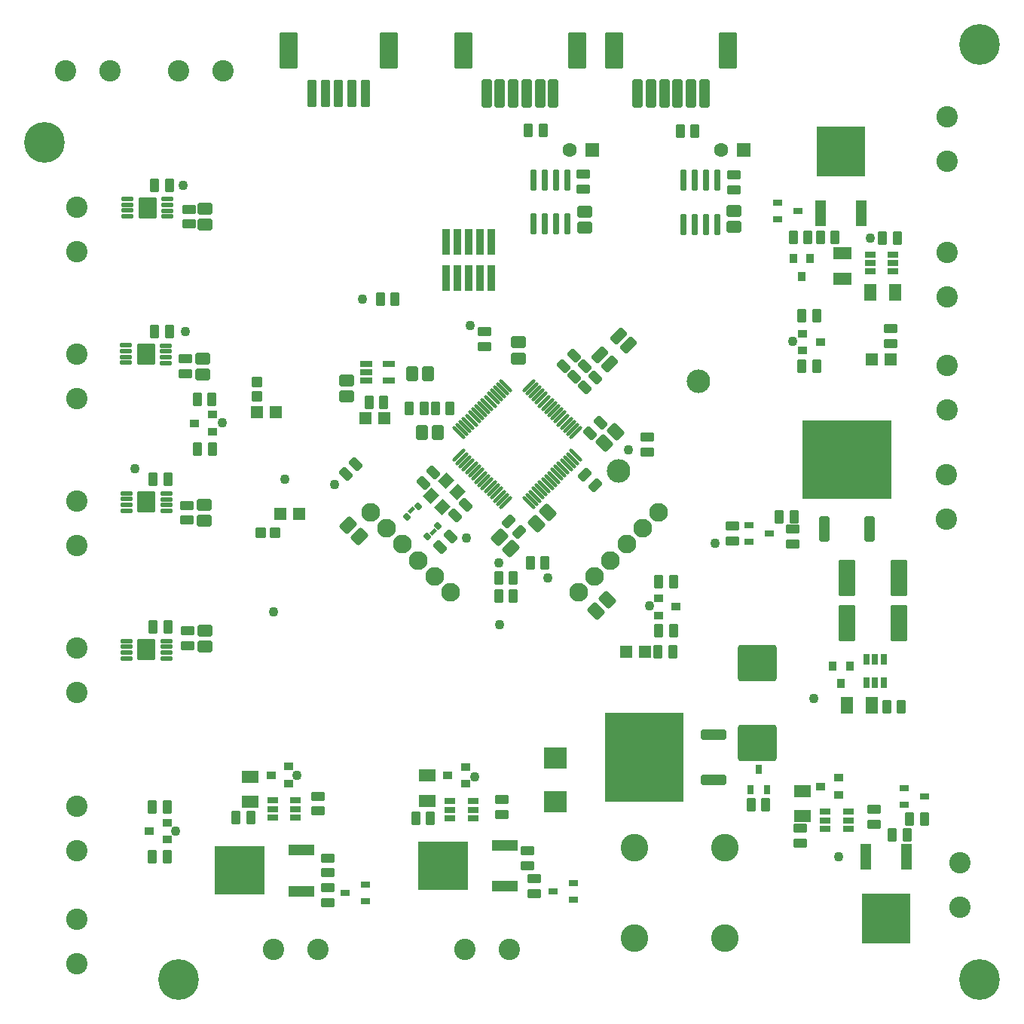
<source format=gts>
G04*
G04 #@! TF.GenerationSoftware,Altium Limited,Altium Designer,21.6.4 (81)*
G04*
G04 Layer_Color=8388736*
%FSLAX25Y25*%
%MOIN*%
G70*
G04*
G04 #@! TF.SameCoordinates,042D30B8-6E37-4B2D-B353-5EAC6A6B4B5F*
G04*
G04*
G04 #@! TF.FilePolarity,Negative*
G04*
G01*
G75*
G04:AMPARAMS|DCode=65|XSize=59.12mil|YSize=39.43mil|CornerRadius=4.66mil|HoleSize=0mil|Usage=FLASHONLY|Rotation=180.000|XOffset=0mil|YOffset=0mil|HoleType=Round|Shape=RoundedRectangle|*
%AMROUNDEDRECTD65*
21,1,0.05912,0.03012,0,0,180.0*
21,1,0.04980,0.03943,0,0,180.0*
1,1,0.00932,-0.02490,0.01506*
1,1,0.00932,0.02490,0.01506*
1,1,0.00932,0.02490,-0.01506*
1,1,0.00932,-0.02490,-0.01506*
%
%ADD65ROUNDEDRECTD65*%
G04:AMPARAMS|DCode=66|XSize=47.31mil|YSize=43.37mil|CornerRadius=4.95mil|HoleSize=0mil|Usage=FLASHONLY|Rotation=180.000|XOffset=0mil|YOffset=0mil|HoleType=Round|Shape=RoundedRectangle|*
%AMROUNDEDRECTD66*
21,1,0.04731,0.03347,0,0,180.0*
21,1,0.03740,0.04337,0,0,180.0*
1,1,0.00991,-0.01870,0.01673*
1,1,0.00991,0.01870,0.01673*
1,1,0.00991,0.01870,-0.01673*
1,1,0.00991,-0.01870,-0.01673*
%
%ADD66ROUNDEDRECTD66*%
G04:AMPARAMS|DCode=67|XSize=47.31mil|YSize=43.37mil|CornerRadius=4.95mil|HoleSize=0mil|Usage=FLASHONLY|Rotation=270.000|XOffset=0mil|YOffset=0mil|HoleType=Round|Shape=RoundedRectangle|*
%AMROUNDEDRECTD67*
21,1,0.04731,0.03347,0,0,270.0*
21,1,0.03740,0.04337,0,0,270.0*
1,1,0.00991,-0.01673,-0.01870*
1,1,0.00991,-0.01673,0.01870*
1,1,0.00991,0.01673,0.01870*
1,1,0.00991,0.01673,-0.01870*
%
%ADD67ROUNDEDRECTD67*%
G04:AMPARAMS|DCode=68|XSize=55.18mil|YSize=55.18mil|CornerRadius=7.12mil|HoleSize=0mil|Usage=FLASHONLY|Rotation=0.000|XOffset=0mil|YOffset=0mil|HoleType=Round|Shape=RoundedRectangle|*
%AMROUNDEDRECTD68*
21,1,0.05518,0.04095,0,0,0.0*
21,1,0.04095,0.05518,0,0,0.0*
1,1,0.01424,0.02047,-0.02047*
1,1,0.01424,-0.02047,-0.02047*
1,1,0.01424,-0.02047,0.02047*
1,1,0.01424,0.02047,0.02047*
%
%ADD68ROUNDEDRECTD68*%
%ADD69C,0.04337*%
%ADD70R,0.05124X0.02762*%
%ADD71R,0.03943X0.03550*%
G04:AMPARAMS|DCode=72|XSize=53.21mil|YSize=66.99mil|CornerRadius=6.92mil|HoleSize=0mil|Usage=FLASHONLY|Rotation=225.000|XOffset=0mil|YOffset=0mil|HoleType=Round|Shape=RoundedRectangle|*
%AMROUNDEDRECTD72*
21,1,0.05321,0.05315,0,0,225.0*
21,1,0.03937,0.06699,0,0,225.0*
1,1,0.01384,-0.03271,0.00487*
1,1,0.01384,-0.00487,0.03271*
1,1,0.01384,0.03271,-0.00487*
1,1,0.01384,0.00487,-0.03271*
%
%ADD72ROUNDEDRECTD72*%
G04:AMPARAMS|DCode=73|XSize=59.12mil|YSize=39.43mil|CornerRadius=4.66mil|HoleSize=0mil|Usage=FLASHONLY|Rotation=90.000|XOffset=0mil|YOffset=0mil|HoleType=Round|Shape=RoundedRectangle|*
%AMROUNDEDRECTD73*
21,1,0.05912,0.03012,0,0,90.0*
21,1,0.04980,0.03943,0,0,90.0*
1,1,0.00932,0.01506,0.02490*
1,1,0.00932,0.01506,-0.02490*
1,1,0.00932,-0.01506,-0.02490*
1,1,0.00932,-0.01506,0.02490*
%
%ADD73ROUNDEDRECTD73*%
%ADD74R,0.11817X0.04731*%
%ADD75R,0.22054X0.21660*%
G04:AMPARAMS|DCode=76|XSize=53.21mil|YSize=66.99mil|CornerRadius=6.92mil|HoleSize=0mil|Usage=FLASHONLY|Rotation=44.000|XOffset=0mil|YOffset=0mil|HoleType=Round|Shape=RoundedRectangle|*
%AMROUNDEDRECTD76*
21,1,0.05321,0.05315,0,0,44.0*
21,1,0.03937,0.06699,0,0,44.0*
1,1,0.01384,0.03262,-0.00544*
1,1,0.01384,0.00430,-0.03279*
1,1,0.01384,-0.03262,0.00544*
1,1,0.01384,-0.00430,0.03279*
%
%ADD76ROUNDEDRECTD76*%
G04:AMPARAMS|DCode=77|XSize=53.21mil|YSize=66.99mil|CornerRadius=6.92mil|HoleSize=0mil|Usage=FLASHONLY|Rotation=135.000|XOffset=0mil|YOffset=0mil|HoleType=Round|Shape=RoundedRectangle|*
%AMROUNDEDRECTD77*
21,1,0.05321,0.05315,0,0,135.0*
21,1,0.03937,0.06699,0,0,135.0*
1,1,0.01384,0.00487,0.03271*
1,1,0.01384,0.03271,0.00487*
1,1,0.01384,-0.00487,-0.03271*
1,1,0.01384,-0.03271,-0.00487*
%
%ADD77ROUNDEDRECTD77*%
G04:AMPARAMS|DCode=78|XSize=59.12mil|YSize=39.43mil|CornerRadius=4.66mil|HoleSize=0mil|Usage=FLASHONLY|Rotation=135.000|XOffset=0mil|YOffset=0mil|HoleType=Round|Shape=RoundedRectangle|*
%AMROUNDEDRECTD78*
21,1,0.05912,0.03012,0,0,135.0*
21,1,0.04980,0.03943,0,0,135.0*
1,1,0.00932,-0.00696,0.02826*
1,1,0.00932,0.02826,-0.00696*
1,1,0.00932,0.00696,-0.02826*
1,1,0.00932,-0.02826,0.00696*
%
%ADD78ROUNDEDRECTD78*%
G04:AMPARAMS|DCode=79|XSize=29.59mil|YSize=27.62mil|CornerRadius=3.77mil|HoleSize=0mil|Usage=FLASHONLY|Rotation=315.000|XOffset=0mil|YOffset=0mil|HoleType=Round|Shape=RoundedRectangle|*
%AMROUNDEDRECTD79*
21,1,0.02959,0.02008,0,0,315.0*
21,1,0.02205,0.02762,0,0,315.0*
1,1,0.00754,0.00070,-0.01489*
1,1,0.00754,-0.01489,0.00070*
1,1,0.00754,-0.00070,0.01489*
1,1,0.00754,0.01489,-0.00070*
%
%ADD79ROUNDEDRECTD79*%
G04:AMPARAMS|DCode=80|XSize=17.78mil|YSize=31.56mil|CornerRadius=3.03mil|HoleSize=0mil|Usage=FLASHONLY|Rotation=315.000|XOffset=0mil|YOffset=0mil|HoleType=Round|Shape=RoundedRectangle|*
%AMROUNDEDRECTD80*
21,1,0.01778,0.02549,0,0,315.0*
21,1,0.01171,0.03156,0,0,315.0*
1,1,0.00607,-0.00487,-0.01315*
1,1,0.00607,-0.01315,-0.00487*
1,1,0.00607,0.00487,0.01315*
1,1,0.00607,0.01315,0.00487*
%
%ADD80ROUNDEDRECTD80*%
G04:AMPARAMS|DCode=81|XSize=55.18mil|YSize=47.31mil|CornerRadius=0mil|HoleSize=0mil|Usage=FLASHONLY|Rotation=45.000|XOffset=0mil|YOffset=0mil|HoleType=Round|Shape=Rectangle|*
%AMROTATEDRECTD81*
4,1,4,-0.00278,-0.03623,-0.03623,-0.00278,0.00278,0.03623,0.03623,0.00278,-0.00278,-0.03623,0.0*
%
%ADD81ROTATEDRECTD81*%

G04:AMPARAMS|DCode=82|XSize=53.21mil|YSize=66.99mil|CornerRadius=6.92mil|HoleSize=0mil|Usage=FLASHONLY|Rotation=0.000|XOffset=0mil|YOffset=0mil|HoleType=Round|Shape=RoundedRectangle|*
%AMROUNDEDRECTD82*
21,1,0.05321,0.05315,0,0,0.0*
21,1,0.03937,0.06699,0,0,0.0*
1,1,0.01384,0.01968,-0.02657*
1,1,0.01384,-0.01968,-0.02657*
1,1,0.01384,-0.01968,0.02657*
1,1,0.01384,0.01968,0.02657*
%
%ADD82ROUNDEDRECTD82*%
G04:AMPARAMS|DCode=83|XSize=43.37mil|YSize=70.93mil|CornerRadius=5.94mil|HoleSize=0mil|Usage=FLASHONLY|Rotation=135.000|XOffset=0mil|YOffset=0mil|HoleType=Round|Shape=RoundedRectangle|*
%AMROUNDEDRECTD83*
21,1,0.04337,0.05906,0,0,135.0*
21,1,0.03150,0.07093,0,0,135.0*
1,1,0.01187,0.00974,0.03202*
1,1,0.01187,0.03202,0.00974*
1,1,0.01187,-0.00974,-0.03202*
1,1,0.01187,-0.03202,-0.00974*
%
%ADD83ROUNDEDRECTD83*%
G04:AMPARAMS|DCode=84|XSize=53.21mil|YSize=66.99mil|CornerRadius=6.92mil|HoleSize=0mil|Usage=FLASHONLY|Rotation=270.000|XOffset=0mil|YOffset=0mil|HoleType=Round|Shape=RoundedRectangle|*
%AMROUNDEDRECTD84*
21,1,0.05321,0.05315,0,0,270.0*
21,1,0.03937,0.06699,0,0,270.0*
1,1,0.01384,-0.02657,-0.01968*
1,1,0.01384,-0.02657,0.01968*
1,1,0.01384,0.02657,0.01968*
1,1,0.01384,0.02657,-0.01968*
%
%ADD84ROUNDEDRECTD84*%
G04:AMPARAMS|DCode=85|XSize=59.12mil|YSize=39.43mil|CornerRadius=4.66mil|HoleSize=0mil|Usage=FLASHONLY|Rotation=225.000|XOffset=0mil|YOffset=0mil|HoleType=Round|Shape=RoundedRectangle|*
%AMROUNDEDRECTD85*
21,1,0.05912,0.03012,0,0,225.0*
21,1,0.04980,0.03943,0,0,225.0*
1,1,0.00932,-0.02826,-0.00696*
1,1,0.00932,0.00696,0.02826*
1,1,0.00932,0.02826,0.00696*
1,1,0.00932,-0.00696,-0.02826*
%
%ADD85ROUNDEDRECTD85*%
G04:AMPARAMS|DCode=86|XSize=15.75mil|YSize=74.8mil|CornerRadius=0mil|HoleSize=0mil|Usage=FLASHONLY|Rotation=45.000|XOffset=0mil|YOffset=0mil|HoleType=Round|Shape=Round|*
%AMOVALD86*
21,1,0.05906,0.01575,0.00000,0.00000,135.0*
1,1,0.01575,0.02088,-0.02088*
1,1,0.01575,-0.02088,0.02088*
%
%ADD86OVALD86*%

G04:AMPARAMS|DCode=87|XSize=15.75mil|YSize=74.8mil|CornerRadius=0mil|HoleSize=0mil|Usage=FLASHONLY|Rotation=135.000|XOffset=0mil|YOffset=0mil|HoleType=Round|Shape=Round|*
%AMOVALD87*
21,1,0.05906,0.01575,0.00000,0.00000,225.0*
1,1,0.01575,0.02088,0.02088*
1,1,0.01575,-0.02088,-0.02088*
%
%ADD87OVALD87*%

G04:AMPARAMS|DCode=88|XSize=28.8mil|YSize=55.18mil|CornerRadius=3.86mil|HoleSize=0mil|Usage=FLASHONLY|Rotation=90.000|XOffset=0mil|YOffset=0mil|HoleType=Round|Shape=RoundedRectangle|*
%AMROUNDEDRECTD88*
21,1,0.02880,0.04746,0,0,90.0*
21,1,0.02108,0.05518,0,0,90.0*
1,1,0.00772,0.02373,0.01054*
1,1,0.00772,0.02373,-0.01054*
1,1,0.00772,-0.02373,-0.01054*
1,1,0.00772,-0.02373,0.01054*
%
%ADD88ROUNDEDRECTD88*%
%ADD89R,0.07487X0.05518*%
G04:AMPARAMS|DCode=90|XSize=94.55mil|YSize=102.43mil|CornerRadius=8.79mil|HoleSize=0mil|Usage=FLASHONLY|Rotation=90.000|XOffset=0mil|YOffset=0mil|HoleType=Round|Shape=RoundedRectangle|*
%AMROUNDEDRECTD90*
21,1,0.09455,0.08484,0,0,90.0*
21,1,0.07697,0.10243,0,0,90.0*
1,1,0.01758,0.04242,0.03848*
1,1,0.01758,0.04242,-0.03848*
1,1,0.01758,-0.04242,-0.03848*
1,1,0.01758,-0.04242,0.03848*
%
%ADD90ROUNDEDRECTD90*%
%ADD91R,0.03943X0.02762*%
%ADD92R,0.21660X0.22054*%
%ADD93R,0.04731X0.11817*%
%ADD94R,0.02762X0.03943*%
G04:AMPARAMS|DCode=95|XSize=161.48mil|YSize=171.32mil|CornerRadius=13.81mil|HoleSize=0mil|Usage=FLASHONLY|Rotation=90.000|XOffset=0mil|YOffset=0mil|HoleType=Round|Shape=RoundedRectangle|*
%AMROUNDEDRECTD95*
21,1,0.16148,0.14370,0,0,90.0*
21,1,0.13386,0.17132,0,0,90.0*
1,1,0.02762,0.07185,0.06693*
1,1,0.02762,0.07185,-0.06693*
1,1,0.02762,-0.07185,-0.06693*
1,1,0.02762,-0.07185,0.06693*
%
%ADD95ROUNDEDRECTD95*%
%ADD96R,0.03550X0.03943*%
%ADD97R,0.05518X0.07487*%
%ADD98R,0.02762X0.05124*%
G04:AMPARAMS|DCode=99|XSize=74.87mil|YSize=161.48mil|CornerRadius=9.09mil|HoleSize=0mil|Usage=FLASHONLY|Rotation=0.000|XOffset=0mil|YOffset=0mil|HoleType=Round|Shape=RoundedRectangle|*
%AMROUNDEDRECTD99*
21,1,0.07487,0.14331,0,0,0.0*
21,1,0.05669,0.16148,0,0,0.0*
1,1,0.01817,0.02835,-0.07165*
1,1,0.01817,-0.02835,-0.07165*
1,1,0.01817,-0.02835,0.07165*
1,1,0.01817,0.02835,0.07165*
%
%ADD99ROUNDEDRECTD99*%
%ADD100R,0.39376X0.35046*%
G04:AMPARAMS|DCode=101|XSize=110.3mil|YSize=45.73mil|CornerRadius=7.22mil|HoleSize=0mil|Usage=FLASHONLY|Rotation=90.000|XOffset=0mil|YOffset=0mil|HoleType=Round|Shape=RoundedRectangle|*
%AMROUNDEDRECTD101*
21,1,0.11030,0.03130,0,0,90.0*
21,1,0.09587,0.04573,0,0,90.0*
1,1,0.01443,0.01565,0.04793*
1,1,0.01443,0.01565,-0.04793*
1,1,0.01443,-0.01565,-0.04793*
1,1,0.01443,-0.01565,0.04793*
%
%ADD101ROUNDEDRECTD101*%
G04:AMPARAMS|DCode=102|XSize=82.74mil|YSize=55.18mil|CornerRadius=7.12mil|HoleSize=0mil|Usage=FLASHONLY|Rotation=180.000|XOffset=0mil|YOffset=0mil|HoleType=Round|Shape=RoundedRectangle|*
%AMROUNDEDRECTD102*
21,1,0.08274,0.04095,0,0,180.0*
21,1,0.06850,0.05518,0,0,180.0*
1,1,0.01424,-0.03425,0.02047*
1,1,0.01424,0.03425,0.02047*
1,1,0.01424,0.03425,-0.02047*
1,1,0.01424,-0.03425,-0.02047*
%
%ADD102ROUNDEDRECTD102*%
G04:AMPARAMS|DCode=103|XSize=90.61mil|YSize=27.62mil|CornerRadius=3.77mil|HoleSize=0mil|Usage=FLASHONLY|Rotation=90.000|XOffset=0mil|YOffset=0mil|HoleType=Round|Shape=RoundedRectangle|*
%AMROUNDEDRECTD103*
21,1,0.09061,0.02008,0,0,90.0*
21,1,0.08307,0.02762,0,0,90.0*
1,1,0.00754,0.01004,0.04153*
1,1,0.00754,0.01004,-0.04153*
1,1,0.00754,-0.01004,-0.04153*
1,1,0.00754,-0.01004,0.04153*
%
%ADD103ROUNDEDRECTD103*%
G04:AMPARAMS|DCode=104|XSize=53.21mil|YSize=19.75mil|CornerRadius=3.18mil|HoleSize=0mil|Usage=FLASHONLY|Rotation=180.000|XOffset=0mil|YOffset=0mil|HoleType=Round|Shape=RoundedRectangle|*
%AMROUNDEDRECTD104*
21,1,0.05321,0.01339,0,0,180.0*
21,1,0.04685,0.01975,0,0,180.0*
1,1,0.00636,-0.02343,0.00669*
1,1,0.00636,0.02343,0.00669*
1,1,0.00636,0.02343,-0.00669*
1,1,0.00636,-0.02343,-0.00669*
%
%ADD104ROUNDEDRECTD104*%
G04:AMPARAMS|DCode=105|XSize=82.74mil|YSize=92.58mil|CornerRadius=7.91mil|HoleSize=0mil|Usage=FLASHONLY|Rotation=180.000|XOffset=0mil|YOffset=0mil|HoleType=Round|Shape=RoundedRectangle|*
%AMROUNDEDRECTD105*
21,1,0.08274,0.07677,0,0,180.0*
21,1,0.06693,0.09258,0,0,180.0*
1,1,0.01581,-0.03347,0.03839*
1,1,0.01581,0.03347,0.03839*
1,1,0.01581,0.03347,-0.03839*
1,1,0.01581,-0.03347,-0.03839*
%
%ADD105ROUNDEDRECTD105*%
%ADD106R,0.35046X0.39376*%
G04:AMPARAMS|DCode=107|XSize=110.3mil|YSize=45.73mil|CornerRadius=7.22mil|HoleSize=0mil|Usage=FLASHONLY|Rotation=180.000|XOffset=0mil|YOffset=0mil|HoleType=Round|Shape=RoundedRectangle|*
%AMROUNDEDRECTD107*
21,1,0.11030,0.03130,0,0,180.0*
21,1,0.09587,0.04573,0,0,180.0*
1,1,0.01443,-0.04793,0.01565*
1,1,0.01443,0.04793,0.01565*
1,1,0.01443,0.04793,-0.01565*
1,1,0.01443,-0.04793,-0.01565*
%
%ADD107ROUNDEDRECTD107*%
G04:AMPARAMS|DCode=108|XSize=43.37mil|YSize=126.05mil|CornerRadius=4.95mil|HoleSize=0mil|Usage=FLASHONLY|Rotation=0.000|XOffset=0mil|YOffset=0mil|HoleType=Round|Shape=RoundedRectangle|*
%AMROUNDEDRECTD108*
21,1,0.04337,0.11614,0,0,0.0*
21,1,0.03347,0.12605,0,0,0.0*
1,1,0.00991,0.01673,-0.05807*
1,1,0.00991,-0.01673,-0.05807*
1,1,0.00991,-0.01673,0.05807*
1,1,0.00991,0.01673,0.05807*
%
%ADD108ROUNDEDRECTD108*%
G04:AMPARAMS|DCode=109|XSize=78.8mil|YSize=161.48mil|CornerRadius=7.61mil|HoleSize=0mil|Usage=FLASHONLY|Rotation=0.000|XOffset=0mil|YOffset=0mil|HoleType=Round|Shape=RoundedRectangle|*
%AMROUNDEDRECTD109*
21,1,0.07880,0.14626,0,0,0.0*
21,1,0.06358,0.16148,0,0,0.0*
1,1,0.01522,0.03179,-0.07313*
1,1,0.01522,-0.03179,-0.07313*
1,1,0.01522,-0.03179,0.07313*
1,1,0.01522,0.03179,0.07313*
%
%ADD109ROUNDEDRECTD109*%
G04:AMPARAMS|DCode=110|XSize=39.43mil|YSize=122.11mil|CornerRadius=4.66mil|HoleSize=0mil|Usage=FLASHONLY|Rotation=0.000|XOffset=0mil|YOffset=0mil|HoleType=Round|Shape=RoundedRectangle|*
%AMROUNDEDRECTD110*
21,1,0.03943,0.11280,0,0,0.0*
21,1,0.03012,0.12211,0,0,0.0*
1,1,0.00932,0.01506,-0.05640*
1,1,0.00932,-0.01506,-0.05640*
1,1,0.00932,-0.01506,0.05640*
1,1,0.00932,0.01506,0.05640*
%
%ADD110ROUNDEDRECTD110*%
%ADD111R,0.03300X0.11400*%
%ADD112C,0.09455*%
%ADD113C,0.08274*%
%ADD114C,0.12211*%
%ADD115C,0.10400*%
%ADD116C,0.17992*%
%ADD117C,0.06306*%
%ADD118R,0.06306X0.06306*%
D65*
X315100Y287748D02*
D03*
Y281252D02*
D03*
X207360Y233367D02*
D03*
Y239863D02*
D03*
X66260Y53563D02*
D03*
Y47067D02*
D03*
Y33976D02*
D03*
Y40472D02*
D03*
X143260Y79531D02*
D03*
Y73035D02*
D03*
X154551Y50315D02*
D03*
Y56811D02*
D03*
X157535Y38012D02*
D03*
Y44508D02*
D03*
X307760Y75063D02*
D03*
Y68567D02*
D03*
X275300Y66748D02*
D03*
Y60252D02*
D03*
X245260Y200493D02*
D03*
Y193996D02*
D03*
X271760Y199063D02*
D03*
Y192567D02*
D03*
X245757Y355831D02*
D03*
Y349335D02*
D03*
X179253Y356159D02*
D03*
Y349663D02*
D03*
X4760Y340563D02*
D03*
Y334067D02*
D03*
X3760Y209563D02*
D03*
Y203067D02*
D03*
X4267Y154105D02*
D03*
Y147609D02*
D03*
X61873Y80908D02*
D03*
Y74412D02*
D03*
X135560Y286441D02*
D03*
Y279945D02*
D03*
X3238Y274507D02*
D03*
Y268011D02*
D03*
D66*
X34800Y264099D02*
D03*
Y257800D02*
D03*
D67*
X36501Y197400D02*
D03*
X42800D02*
D03*
D68*
X306966Y274200D02*
D03*
X315234D02*
D03*
X53534Y205800D02*
D03*
X45266D02*
D03*
X43034Y250800D02*
D03*
X34766D02*
D03*
X206594Y145015D02*
D03*
X198326D02*
D03*
X91094Y248115D02*
D03*
X82826D02*
D03*
D69*
X42200Y162700D02*
D03*
X142060Y157015D02*
D03*
X306045Y327815D02*
D03*
X81341Y300815D02*
D03*
X-19100Y226000D02*
D03*
X141712Y184115D02*
D03*
X127404Y195367D02*
D03*
X271760Y282215D02*
D03*
X199060Y234215D02*
D03*
X47300Y221200D02*
D03*
X69060Y218915D02*
D03*
X2026Y351383D02*
D03*
X129060Y289217D02*
D03*
X-1240Y65512D02*
D03*
X19660Y246215D02*
D03*
X3238Y286605D02*
D03*
X52625Y90238D02*
D03*
X131059Y89696D02*
D03*
X208353Y165151D02*
D03*
X237360Y192725D02*
D03*
X163500Y177400D02*
D03*
X292197Y54122D02*
D03*
X281160Y124115D02*
D03*
D70*
X51944Y71575D02*
D03*
Y75315D02*
D03*
Y79055D02*
D03*
X41708D02*
D03*
Y75315D02*
D03*
Y71575D02*
D03*
X130378Y71295D02*
D03*
Y75036D02*
D03*
Y78776D02*
D03*
X120142D02*
D03*
Y75036D02*
D03*
Y71295D02*
D03*
X286142Y66575D02*
D03*
Y70315D02*
D03*
Y74055D02*
D03*
X296378D02*
D03*
Y70315D02*
D03*
Y66575D02*
D03*
X306045Y320697D02*
D03*
Y316957D02*
D03*
Y313217D02*
D03*
X316281D02*
D03*
Y316957D02*
D03*
Y320697D02*
D03*
D71*
X48991Y86575D02*
D03*
Y94055D02*
D03*
X41117Y90315D02*
D03*
X15165Y242275D02*
D03*
Y249755D02*
D03*
X7291Y246015D02*
D03*
X212419Y168492D02*
D03*
Y161011D02*
D03*
X220293Y164751D02*
D03*
X-12874Y65512D02*
D03*
X-5000Y69252D02*
D03*
Y61772D02*
D03*
X127060Y86491D02*
D03*
Y93971D02*
D03*
X119186Y90231D02*
D03*
X292197Y81575D02*
D03*
Y89055D02*
D03*
X284323Y85315D02*
D03*
X276185Y285711D02*
D03*
Y278231D02*
D03*
X284059Y281971D02*
D03*
D72*
X184768Y162923D02*
D03*
X189752Y167906D02*
D03*
X188368Y237223D02*
D03*
X193351Y242206D02*
D03*
D73*
X8578Y234552D02*
D03*
X15074D02*
D03*
X14989Y256575D02*
D03*
X8493D02*
D03*
X32043Y71575D02*
D03*
X25546D02*
D03*
X162208Y184115D02*
D03*
X155712D02*
D03*
X141812Y177715D02*
D03*
X148308D02*
D03*
X141712Y169715D02*
D03*
X148208D02*
D03*
X219073Y175962D02*
D03*
X212577D02*
D03*
X212212Y145015D02*
D03*
X218708D02*
D03*
X90908Y255315D02*
D03*
X84412D02*
D03*
X-11441Y76079D02*
D03*
X-4944D02*
D03*
X-11401Y54267D02*
D03*
X-4905D02*
D03*
X105043Y71232D02*
D03*
X111539D02*
D03*
X323512Y70815D02*
D03*
X330008D02*
D03*
X315843Y63984D02*
D03*
X322339D02*
D03*
X259994Y77215D02*
D03*
X253498D02*
D03*
X313332Y120697D02*
D03*
X319828D02*
D03*
X272423Y204531D02*
D03*
X265927D02*
D03*
X275951Y271164D02*
D03*
X282447D02*
D03*
X282383Y293390D02*
D03*
X275887D02*
D03*
X311512Y327815D02*
D03*
X318008D02*
D03*
X290508Y328315D02*
D03*
X284012D02*
D03*
X272012D02*
D03*
X278508D02*
D03*
X222117Y375055D02*
D03*
X228613D02*
D03*
X154860Y375607D02*
D03*
X161356D02*
D03*
X-10427Y351383D02*
D03*
X-3931D02*
D03*
X89412Y300815D02*
D03*
X95908D02*
D03*
X-11109Y155794D02*
D03*
X-4613D02*
D03*
X102312Y252715D02*
D03*
X108808D02*
D03*
X-4630Y221370D02*
D03*
X-11126D02*
D03*
X212506Y154103D02*
D03*
X219002D02*
D03*
X-3931Y286605D02*
D03*
X-10427D02*
D03*
X120308Y252715D02*
D03*
X113812D02*
D03*
D74*
X54621Y39019D02*
D03*
Y57130D02*
D03*
X144567Y59370D02*
D03*
Y41260D02*
D03*
D75*
X27259Y48074D02*
D03*
X117205Y50315D02*
D03*
D76*
X163531Y206483D02*
D03*
X158462Y201588D02*
D03*
D77*
X142168Y195606D02*
D03*
X147151Y190623D02*
D03*
X80057Y195865D02*
D03*
X75074Y200848D02*
D03*
D78*
X122549Y205359D02*
D03*
X127142Y209952D02*
D03*
X120357Y195812D02*
D03*
X115763Y191218D02*
D03*
X112944Y224267D02*
D03*
X108350Y219673D02*
D03*
X170477Y271285D02*
D03*
X175071Y275878D02*
D03*
X179899Y271095D02*
D03*
X175305Y266501D02*
D03*
X184549Y266312D02*
D03*
X179956Y261718D02*
D03*
X186757Y246112D02*
D03*
X182163Y241518D02*
D03*
X78657Y228012D02*
D03*
X74063Y223418D02*
D03*
D79*
X106042Y209366D02*
D03*
X114811Y200597D02*
D03*
X110078Y195864D02*
D03*
X101309Y204633D02*
D03*
D80*
X112862Y197813D02*
D03*
X103258Y207417D02*
D03*
D81*
X116983Y209011D02*
D03*
X123386Y215414D02*
D03*
X118375Y220425D02*
D03*
X111972Y214022D02*
D03*
D82*
X114783Y241782D02*
D03*
X107736Y241783D02*
D03*
X110383Y268015D02*
D03*
X103336D02*
D03*
D83*
X186496Y276327D02*
D03*
X190672Y272151D02*
D03*
X199024Y280503D02*
D03*
X194848Y284679D02*
D03*
D84*
X150360Y274691D02*
D03*
Y281738D02*
D03*
X74382Y257997D02*
D03*
Y265045D02*
D03*
X245757Y339825D02*
D03*
Y332778D02*
D03*
X179984Y339676D02*
D03*
Y332629D02*
D03*
X11760Y333791D02*
D03*
Y340839D02*
D03*
X11519Y202904D02*
D03*
Y209951D02*
D03*
X11680Y154105D02*
D03*
Y147058D02*
D03*
X10971Y274447D02*
D03*
Y267400D02*
D03*
D85*
X184357Y218618D02*
D03*
X179763Y223212D02*
D03*
X150757Y197818D02*
D03*
X146163Y202412D02*
D03*
D86*
X124110Y241783D02*
D03*
X125502Y243175D02*
D03*
X126894Y244566D02*
D03*
X128286Y245958D02*
D03*
X129678Y247350D02*
D03*
X131070Y248742D02*
D03*
X132462Y250134D02*
D03*
X133853Y251526D02*
D03*
X135245Y252918D02*
D03*
X136637Y254310D02*
D03*
X138029Y255702D02*
D03*
X139421Y257094D02*
D03*
X140813Y258486D02*
D03*
X142205Y259878D02*
D03*
X143597Y261270D02*
D03*
X144989Y262662D02*
D03*
X175890Y231761D02*
D03*
X174498Y230369D02*
D03*
X173106Y228977D02*
D03*
X171714Y227585D02*
D03*
X170322Y226193D02*
D03*
X168930Y224801D02*
D03*
X167538Y223409D02*
D03*
X166147Y222017D02*
D03*
X164755Y220625D02*
D03*
X163363Y219233D02*
D03*
X161971Y217841D02*
D03*
X160579Y216449D02*
D03*
X159187Y215057D02*
D03*
X157795Y213665D02*
D03*
X156403Y212273D02*
D03*
X155011Y210881D02*
D03*
D87*
Y262662D02*
D03*
X156403Y261270D02*
D03*
X157795Y259878D02*
D03*
X159187Y258486D02*
D03*
X160579Y257094D02*
D03*
X161971Y255702D02*
D03*
X163363Y254310D02*
D03*
X164755Y252918D02*
D03*
X166147Y251526D02*
D03*
X167538Y250134D02*
D03*
X168930Y248742D02*
D03*
X170322Y247350D02*
D03*
X171714Y245958D02*
D03*
X173106Y244566D02*
D03*
X174498Y243175D02*
D03*
X175890Y241783D02*
D03*
X144989Y210881D02*
D03*
X143597Y212273D02*
D03*
X142205Y213665D02*
D03*
X140813Y215057D02*
D03*
X139421Y216449D02*
D03*
X138029Y217841D02*
D03*
X136637Y219233D02*
D03*
X135245Y220625D02*
D03*
X133853Y222017D02*
D03*
X132462Y223409D02*
D03*
X131070Y224801D02*
D03*
X129678Y226193D02*
D03*
X128286Y227585D02*
D03*
X126894Y228977D02*
D03*
X125502Y230369D02*
D03*
X124110Y231761D02*
D03*
D88*
X93132Y272247D02*
D03*
Y264767D02*
D03*
X83061D02*
D03*
Y268507D02*
D03*
Y272247D02*
D03*
D89*
X110260Y90055D02*
D03*
Y79031D02*
D03*
X276260Y72283D02*
D03*
Y83307D02*
D03*
X31944Y78543D02*
D03*
Y89567D02*
D03*
D90*
X166746Y97845D02*
D03*
Y78554D02*
D03*
D91*
X165732Y38813D02*
D03*
X174787Y42553D02*
D03*
Y35073D02*
D03*
X330288Y80815D02*
D03*
X321232Y77075D02*
D03*
Y84555D02*
D03*
X252476Y200985D02*
D03*
Y193505D02*
D03*
X261531Y197245D02*
D03*
X274288Y339815D02*
D03*
X265232Y336075D02*
D03*
Y343555D02*
D03*
X82993Y34524D02*
D03*
Y42004D02*
D03*
X73938Y38264D02*
D03*
D92*
X313260Y26760D02*
D03*
X293260Y366370D02*
D03*
D93*
X304205Y54122D02*
D03*
X322315D02*
D03*
X284205Y339008D02*
D03*
X302315D02*
D03*
D94*
X253006Y83830D02*
D03*
X260486D02*
D03*
X256746Y92885D02*
D03*
D95*
X256260Y104598D02*
D03*
Y140032D02*
D03*
D96*
X293308Y130815D02*
D03*
X289568Y138689D02*
D03*
X297049D02*
D03*
X279500Y318752D02*
D03*
X272020D02*
D03*
X275760Y310878D02*
D03*
D97*
X306803Y121197D02*
D03*
X295779D02*
D03*
X317272Y303815D02*
D03*
X306248D02*
D03*
D98*
X312031Y141433D02*
D03*
X308291D02*
D03*
X304551D02*
D03*
Y131197D02*
D03*
X308291D02*
D03*
X312031D02*
D03*
D99*
X295706Y157586D02*
D03*
X318817D02*
D03*
Y177586D02*
D03*
X295706D02*
D03*
D100*
X295760Y230012D02*
D03*
D101*
X305760Y199315D02*
D03*
X285760D02*
D03*
D102*
X293725Y309737D02*
D03*
Y321154D02*
D03*
D103*
X223358Y334018D02*
D03*
X228358D02*
D03*
X233358D02*
D03*
X238358D02*
D03*
Y353506D02*
D03*
X233358D02*
D03*
X228358D02*
D03*
X223358D02*
D03*
X157274Y334102D02*
D03*
X162274D02*
D03*
X167274D02*
D03*
X172274D02*
D03*
Y353590D02*
D03*
X167274D02*
D03*
X162274D02*
D03*
X157274D02*
D03*
D104*
X-5247Y207263D02*
D03*
Y209822D02*
D03*
Y212381D02*
D03*
Y214940D02*
D03*
X-22963Y214979D02*
D03*
Y212420D02*
D03*
Y209861D02*
D03*
Y207302D02*
D03*
X-5230Y141944D02*
D03*
Y144503D02*
D03*
Y147062D02*
D03*
Y149621D02*
D03*
X-22947Y149660D02*
D03*
Y147101D02*
D03*
Y144542D02*
D03*
Y141983D02*
D03*
X-22457Y337500D02*
D03*
Y340059D02*
D03*
Y342618D02*
D03*
Y345177D02*
D03*
X-4740Y345138D02*
D03*
Y342579D02*
D03*
Y340020D02*
D03*
Y337461D02*
D03*
X-23104Y272721D02*
D03*
Y275280D02*
D03*
Y277839D02*
D03*
Y280398D02*
D03*
X-5387Y280359D02*
D03*
Y277800D02*
D03*
Y275241D02*
D03*
Y272682D02*
D03*
D105*
X-14105Y211101D02*
D03*
X-14088Y145782D02*
D03*
X-13598Y341299D02*
D03*
X-14245Y276520D02*
D03*
D106*
X206246Y98200D02*
D03*
D107*
X236943Y108200D02*
D03*
Y88200D02*
D03*
D108*
X232717Y391772D02*
D03*
X220906D02*
D03*
X203189D02*
D03*
X209094D02*
D03*
X226811D02*
D03*
X215000D02*
D03*
X165906D02*
D03*
X154094D02*
D03*
X136378D02*
D03*
X142283D02*
D03*
X160000D02*
D03*
X148189D02*
D03*
D109*
X243248Y410747D02*
D03*
X192854D02*
D03*
X176437D02*
D03*
X126043D02*
D03*
X93248D02*
D03*
X48760D02*
D03*
D110*
X70906Y391772D02*
D03*
X82717D02*
D03*
X65000D02*
D03*
X59094D02*
D03*
X76811D02*
D03*
D111*
X118460Y310215D02*
D03*
Y326215D02*
D03*
X123460Y310215D02*
D03*
Y326215D02*
D03*
X128460Y310215D02*
D03*
Y326215D02*
D03*
X133460Y310215D02*
D03*
Y326215D02*
D03*
X138460Y310215D02*
D03*
Y326215D02*
D03*
D112*
X340000Y381457D02*
D03*
Y361772D02*
D03*
X345760Y51657D02*
D03*
Y31972D02*
D03*
X339760Y223157D02*
D03*
Y203472D02*
D03*
X340000Y301772D02*
D03*
Y321457D02*
D03*
Y251772D02*
D03*
Y271457D02*
D03*
X-45000Y126929D02*
D03*
Y146614D02*
D03*
Y56772D02*
D03*
Y76457D02*
D03*
Y26614D02*
D03*
Y6929D02*
D03*
Y341457D02*
D03*
Y321772D02*
D03*
Y211614D02*
D03*
Y191929D02*
D03*
X0Y401772D02*
D03*
X19685D02*
D03*
X-49843D02*
D03*
X-30157D02*
D03*
X126903Y13200D02*
D03*
X146588D02*
D03*
X42061D02*
D03*
X61746D02*
D03*
X-45000Y276457D02*
D03*
Y256772D02*
D03*
D113*
X212473Y206528D02*
D03*
X205402Y199457D02*
D03*
X198331Y192386D02*
D03*
X191260Y185315D02*
D03*
X184189Y178244D02*
D03*
X177118Y171173D02*
D03*
X85047Y206528D02*
D03*
X92118Y199457D02*
D03*
X99189Y192386D02*
D03*
X106260Y185315D02*
D03*
X113331Y178244D02*
D03*
X120402Y171173D02*
D03*
D114*
X201746Y18200D02*
D03*
X241746D02*
D03*
X201746Y58200D02*
D03*
X241746D02*
D03*
D115*
X194860Y225015D02*
D03*
X230260Y264615D02*
D03*
D116*
X0Y0D02*
D03*
X354331D02*
D03*
Y413386D02*
D03*
X-59055Y370079D02*
D03*
D117*
X173281Y366772D02*
D03*
X240000D02*
D03*
D118*
X183281D02*
D03*
X250000D02*
D03*
M02*

</source>
